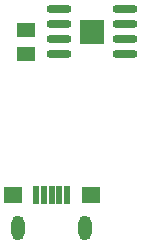
<source format=gbs>
G04 Layer: BottomSolderMaskLayer*
G04 EasyEDA Pro v2.2.25.6, 2024-08-18 10:38:01*
G04 Gerber Generator version 0.3*
G04 Scale: 100 percent, Rotated: No, Reflected: No*
G04 Dimensions in millimeters*
G04 Leading zeros omitted, absolute positions, 3 integers and 5 decimals*
%FSLAX35Y35*%
%MOMM*%
%AMRoundRect*1,1,$1,$2,$3*1,1,$1,$4,$5*1,1,$1,0-$2,0-$3*1,1,$1,0-$4,0-$5*20,1,$1,$2,$3,$4,$5,0*20,1,$1,$4,$5,0-$2,0-$3,0*20,1,$1,0-$2,0-$3,0-$4,0-$5,0*20,1,$1,0-$4,0-$5,$2,$3,0*4,1,4,$2,$3,$4,$5,0-$2,0-$3,0-$4,0-$5,$2,$3,0*%
%ADD10RoundRect,0.08449X-0.20856X0.75856X0.20856X0.75856*%
%ADD11RoundRect,0.09424X-0.75368X0.60368X0.75368X0.60368*%
%ADD12O,1.1016X2.1016*%
%ADD13O,2.13959X0.67559*%
%ADD14RoundRect,0.09691X1.00234X1.00234X1.00234X-1.00234*%
%ADD15RoundRect,0.09387X-0.69237X-0.57013X-0.69237X0.57013*%
G75*


G04 Pad Start*
G54D10*
G01X1536984Y458760D03*
G01X1471986Y458760D03*
G01X1406987Y458760D03*
G01X1341989Y458760D03*
G01X1277015Y458760D03*
G54D11*
G01X1736984Y456246D03*
G01X1076990Y456246D03*
G54D12*
G01X1689486Y181240D03*
G01X1124488Y181240D03*
G54D13*
G01X1471889Y1649500D03*
G01X1471889Y1776500D03*
G01X1471889Y1903500D03*
G01X1471889Y2030500D03*
G01X2025711Y1649500D03*
G01X2025711Y1776500D03*
G01X2025711Y1903500D03*
G01X2025711Y2030500D03*
G54D14*
G01X1748800Y1840000D03*
G54D15*
G01X1187334Y1651453D03*
G01X1187334Y1851453D03*
G04 Pad End*

M02*


</source>
